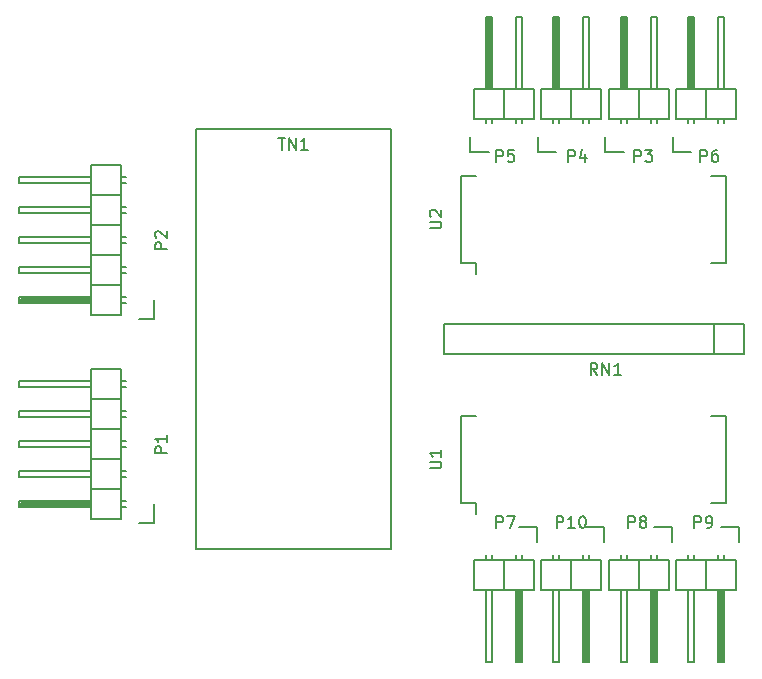
<source format=gto>
G04 #@! TF.FileFunction,Legend,Top*
%FSLAX46Y46*%
G04 Gerber Fmt 4.6, Leading zero omitted, Abs format (unit mm)*
G04 Created by KiCad (PCBNEW 4.0.1-stable) date 27/12/2015 00:21:35*
%MOMM*%
G01*
G04 APERTURE LIST*
%ADD10C,0.100000*%
%ADD11C,0.150000*%
G04 APERTURE END LIST*
D10*
D11*
X77470000Y-115570000D02*
X93980000Y-115570000D01*
X93980000Y-115570000D02*
X93980000Y-80010000D01*
X93980000Y-80010000D02*
X77470000Y-80010000D01*
X77470000Y-80010000D02*
X77470000Y-115570000D01*
X123825000Y-96520000D02*
X123825000Y-99060000D01*
X123825000Y-99060000D02*
X98425000Y-99060000D01*
X98425000Y-99060000D02*
X98425000Y-96520000D01*
X98425000Y-96520000D02*
X123825000Y-96520000D01*
X121285000Y-96520000D02*
X121285000Y-99060000D01*
X99940000Y-91305000D02*
X101210000Y-91305000D01*
X99940000Y-83955000D02*
X101210000Y-83955000D01*
X122310000Y-83955000D02*
X121040000Y-83955000D01*
X122310000Y-91305000D02*
X121040000Y-91305000D01*
X99940000Y-91305000D02*
X99940000Y-83955000D01*
X122310000Y-91305000D02*
X122310000Y-83955000D01*
X101210000Y-91305000D02*
X101210000Y-92240000D01*
X99940000Y-111625000D02*
X101210000Y-111625000D01*
X99940000Y-104275000D02*
X101210000Y-104275000D01*
X122310000Y-104275000D02*
X121040000Y-104275000D01*
X122310000Y-111625000D02*
X121040000Y-111625000D01*
X99940000Y-111625000D02*
X99940000Y-104275000D01*
X122310000Y-111625000D02*
X122310000Y-104275000D01*
X101210000Y-111625000D02*
X101210000Y-112560000D01*
X100685000Y-81945000D02*
X102235000Y-81945000D01*
X100685000Y-80645000D02*
X100685000Y-81945000D01*
X102108000Y-76454000D02*
X102108000Y-70612000D01*
X102108000Y-70612000D02*
X102362000Y-70612000D01*
X102362000Y-70612000D02*
X102362000Y-76454000D01*
X102362000Y-76454000D02*
X102235000Y-76454000D01*
X102235000Y-76454000D02*
X102235000Y-70612000D01*
X101981000Y-79121000D02*
X101981000Y-79502000D01*
X102489000Y-79121000D02*
X102489000Y-79502000D01*
X104521000Y-79121000D02*
X104521000Y-79502000D01*
X105029000Y-79121000D02*
X105029000Y-79502000D01*
X100965000Y-79121000D02*
X100965000Y-76581000D01*
X103505000Y-79121000D02*
X103505000Y-76581000D01*
X103505000Y-79121000D02*
X106045000Y-79121000D01*
X106045000Y-79121000D02*
X106045000Y-76581000D01*
X104521000Y-76581000D02*
X104521000Y-70485000D01*
X104521000Y-70485000D02*
X105029000Y-70485000D01*
X105029000Y-70485000D02*
X105029000Y-76581000D01*
X106045000Y-76581000D02*
X103505000Y-76581000D01*
X103505000Y-76581000D02*
X100965000Y-76581000D01*
X102489000Y-70485000D02*
X102489000Y-76581000D01*
X101981000Y-70485000D02*
X102489000Y-70485000D01*
X101981000Y-76581000D02*
X101981000Y-70485000D01*
X103505000Y-79121000D02*
X103505000Y-76581000D01*
X100965000Y-79121000D02*
X103505000Y-79121000D01*
X117830000Y-81945000D02*
X119380000Y-81945000D01*
X117830000Y-80645000D02*
X117830000Y-81945000D01*
X119253000Y-76454000D02*
X119253000Y-70612000D01*
X119253000Y-70612000D02*
X119507000Y-70612000D01*
X119507000Y-70612000D02*
X119507000Y-76454000D01*
X119507000Y-76454000D02*
X119380000Y-76454000D01*
X119380000Y-76454000D02*
X119380000Y-70612000D01*
X119126000Y-79121000D02*
X119126000Y-79502000D01*
X119634000Y-79121000D02*
X119634000Y-79502000D01*
X121666000Y-79121000D02*
X121666000Y-79502000D01*
X122174000Y-79121000D02*
X122174000Y-79502000D01*
X118110000Y-79121000D02*
X118110000Y-76581000D01*
X120650000Y-79121000D02*
X120650000Y-76581000D01*
X120650000Y-79121000D02*
X123190000Y-79121000D01*
X123190000Y-79121000D02*
X123190000Y-76581000D01*
X121666000Y-76581000D02*
X121666000Y-70485000D01*
X121666000Y-70485000D02*
X122174000Y-70485000D01*
X122174000Y-70485000D02*
X122174000Y-76581000D01*
X123190000Y-76581000D02*
X120650000Y-76581000D01*
X120650000Y-76581000D02*
X118110000Y-76581000D01*
X119634000Y-70485000D02*
X119634000Y-76581000D01*
X119126000Y-70485000D02*
X119634000Y-70485000D01*
X119126000Y-76581000D02*
X119126000Y-70485000D01*
X120650000Y-79121000D02*
X120650000Y-76581000D01*
X118110000Y-79121000D02*
X120650000Y-79121000D01*
X106325000Y-113635000D02*
X104775000Y-113635000D01*
X106325000Y-114935000D02*
X106325000Y-113635000D01*
X104902000Y-119126000D02*
X104902000Y-124968000D01*
X104902000Y-124968000D02*
X104648000Y-124968000D01*
X104648000Y-124968000D02*
X104648000Y-119126000D01*
X104648000Y-119126000D02*
X104775000Y-119126000D01*
X104775000Y-119126000D02*
X104775000Y-124968000D01*
X105029000Y-116459000D02*
X105029000Y-116078000D01*
X104521000Y-116459000D02*
X104521000Y-116078000D01*
X102489000Y-116459000D02*
X102489000Y-116078000D01*
X101981000Y-116459000D02*
X101981000Y-116078000D01*
X106045000Y-116459000D02*
X106045000Y-118999000D01*
X103505000Y-116459000D02*
X103505000Y-118999000D01*
X103505000Y-116459000D02*
X100965000Y-116459000D01*
X100965000Y-116459000D02*
X100965000Y-118999000D01*
X102489000Y-118999000D02*
X102489000Y-125095000D01*
X102489000Y-125095000D02*
X101981000Y-125095000D01*
X101981000Y-125095000D02*
X101981000Y-118999000D01*
X100965000Y-118999000D02*
X103505000Y-118999000D01*
X103505000Y-118999000D02*
X106045000Y-118999000D01*
X104521000Y-125095000D02*
X104521000Y-118999000D01*
X105029000Y-125095000D02*
X104521000Y-125095000D01*
X105029000Y-118999000D02*
X105029000Y-125095000D01*
X103505000Y-116459000D02*
X103505000Y-118999000D01*
X106045000Y-116459000D02*
X103505000Y-116459000D01*
X117755000Y-113635000D02*
X116205000Y-113635000D01*
X117755000Y-114935000D02*
X117755000Y-113635000D01*
X116332000Y-119126000D02*
X116332000Y-124968000D01*
X116332000Y-124968000D02*
X116078000Y-124968000D01*
X116078000Y-124968000D02*
X116078000Y-119126000D01*
X116078000Y-119126000D02*
X116205000Y-119126000D01*
X116205000Y-119126000D02*
X116205000Y-124968000D01*
X116459000Y-116459000D02*
X116459000Y-116078000D01*
X115951000Y-116459000D02*
X115951000Y-116078000D01*
X113919000Y-116459000D02*
X113919000Y-116078000D01*
X113411000Y-116459000D02*
X113411000Y-116078000D01*
X117475000Y-116459000D02*
X117475000Y-118999000D01*
X114935000Y-116459000D02*
X114935000Y-118999000D01*
X114935000Y-116459000D02*
X112395000Y-116459000D01*
X112395000Y-116459000D02*
X112395000Y-118999000D01*
X113919000Y-118999000D02*
X113919000Y-125095000D01*
X113919000Y-125095000D02*
X113411000Y-125095000D01*
X113411000Y-125095000D02*
X113411000Y-118999000D01*
X112395000Y-118999000D02*
X114935000Y-118999000D01*
X114935000Y-118999000D02*
X117475000Y-118999000D01*
X115951000Y-125095000D02*
X115951000Y-118999000D01*
X116459000Y-125095000D02*
X115951000Y-125095000D01*
X116459000Y-118999000D02*
X116459000Y-125095000D01*
X114935000Y-116459000D02*
X114935000Y-118999000D01*
X117475000Y-116459000D02*
X114935000Y-116459000D01*
X112040000Y-113635000D02*
X110490000Y-113635000D01*
X112040000Y-114935000D02*
X112040000Y-113635000D01*
X110617000Y-119126000D02*
X110617000Y-124968000D01*
X110617000Y-124968000D02*
X110363000Y-124968000D01*
X110363000Y-124968000D02*
X110363000Y-119126000D01*
X110363000Y-119126000D02*
X110490000Y-119126000D01*
X110490000Y-119126000D02*
X110490000Y-124968000D01*
X110744000Y-116459000D02*
X110744000Y-116078000D01*
X110236000Y-116459000D02*
X110236000Y-116078000D01*
X108204000Y-116459000D02*
X108204000Y-116078000D01*
X107696000Y-116459000D02*
X107696000Y-116078000D01*
X111760000Y-116459000D02*
X111760000Y-118999000D01*
X109220000Y-116459000D02*
X109220000Y-118999000D01*
X109220000Y-116459000D02*
X106680000Y-116459000D01*
X106680000Y-116459000D02*
X106680000Y-118999000D01*
X108204000Y-118999000D02*
X108204000Y-125095000D01*
X108204000Y-125095000D02*
X107696000Y-125095000D01*
X107696000Y-125095000D02*
X107696000Y-118999000D01*
X106680000Y-118999000D02*
X109220000Y-118999000D01*
X109220000Y-118999000D02*
X111760000Y-118999000D01*
X110236000Y-125095000D02*
X110236000Y-118999000D01*
X110744000Y-125095000D02*
X110236000Y-125095000D01*
X110744000Y-118999000D02*
X110744000Y-125095000D01*
X109220000Y-116459000D02*
X109220000Y-118999000D01*
X111760000Y-116459000D02*
X109220000Y-116459000D01*
X73944000Y-113310000D02*
X73944000Y-111760000D01*
X72644000Y-113310000D02*
X73944000Y-113310000D01*
X68453000Y-111887000D02*
X62611000Y-111887000D01*
X62611000Y-111887000D02*
X62611000Y-111633000D01*
X62611000Y-111633000D02*
X68453000Y-111633000D01*
X68453000Y-111633000D02*
X68453000Y-111760000D01*
X68453000Y-111760000D02*
X62611000Y-111760000D01*
X71120000Y-112014000D02*
X71501000Y-112014000D01*
X71120000Y-111506000D02*
X71501000Y-111506000D01*
X71120000Y-109474000D02*
X71501000Y-109474000D01*
X71120000Y-108966000D02*
X71501000Y-108966000D01*
X71120000Y-106934000D02*
X71501000Y-106934000D01*
X71120000Y-106426000D02*
X71501000Y-106426000D01*
X71120000Y-104394000D02*
X71501000Y-104394000D01*
X71120000Y-103886000D02*
X71501000Y-103886000D01*
X71120000Y-101346000D02*
X71501000Y-101346000D01*
X71120000Y-101854000D02*
X71501000Y-101854000D01*
X68580000Y-110490000D02*
X68580000Y-113030000D01*
X62484000Y-111506000D02*
X68580000Y-111506000D01*
X62484000Y-112014000D02*
X62484000Y-111506000D01*
X68580000Y-112014000D02*
X62484000Y-112014000D01*
X71120000Y-110490000D02*
X68580000Y-110490000D01*
X71120000Y-113030000D02*
X71120000Y-110490000D01*
X71120000Y-113030000D02*
X68580000Y-113030000D01*
X71120000Y-107950000D02*
X68580000Y-107950000D01*
X71120000Y-107950000D02*
X71120000Y-105410000D01*
X71120000Y-105410000D02*
X68580000Y-105410000D01*
X68580000Y-106934000D02*
X62484000Y-106934000D01*
X62484000Y-106934000D02*
X62484000Y-106426000D01*
X62484000Y-106426000D02*
X68580000Y-106426000D01*
X68580000Y-105410000D02*
X68580000Y-107950000D01*
X68580000Y-107950000D02*
X68580000Y-110490000D01*
X62484000Y-108966000D02*
X68580000Y-108966000D01*
X62484000Y-109474000D02*
X62484000Y-108966000D01*
X68580000Y-109474000D02*
X62484000Y-109474000D01*
X71120000Y-107950000D02*
X68580000Y-107950000D01*
X71120000Y-110490000D02*
X71120000Y-107950000D01*
X71120000Y-110490000D02*
X68580000Y-110490000D01*
X71120000Y-102870000D02*
X68580000Y-102870000D01*
X71120000Y-102870000D02*
X71120000Y-100330000D01*
X71120000Y-100330000D02*
X68580000Y-100330000D01*
X68580000Y-101854000D02*
X62484000Y-101854000D01*
X62484000Y-101854000D02*
X62484000Y-101346000D01*
X62484000Y-101346000D02*
X68580000Y-101346000D01*
X68580000Y-100330000D02*
X68580000Y-102870000D01*
X68580000Y-102870000D02*
X68580000Y-105410000D01*
X62484000Y-103886000D02*
X68580000Y-103886000D01*
X62484000Y-104394000D02*
X62484000Y-103886000D01*
X68580000Y-104394000D02*
X62484000Y-104394000D01*
X71120000Y-102870000D02*
X68580000Y-102870000D01*
X71120000Y-105410000D02*
X71120000Y-102870000D01*
X71120000Y-105410000D02*
X68580000Y-105410000D01*
X73944000Y-96038000D02*
X73944000Y-94488000D01*
X72644000Y-96038000D02*
X73944000Y-96038000D01*
X68453000Y-94615000D02*
X62611000Y-94615000D01*
X62611000Y-94615000D02*
X62611000Y-94361000D01*
X62611000Y-94361000D02*
X68453000Y-94361000D01*
X68453000Y-94361000D02*
X68453000Y-94488000D01*
X68453000Y-94488000D02*
X62611000Y-94488000D01*
X71120000Y-94742000D02*
X71501000Y-94742000D01*
X71120000Y-94234000D02*
X71501000Y-94234000D01*
X71120000Y-92202000D02*
X71501000Y-92202000D01*
X71120000Y-91694000D02*
X71501000Y-91694000D01*
X71120000Y-89662000D02*
X71501000Y-89662000D01*
X71120000Y-89154000D02*
X71501000Y-89154000D01*
X71120000Y-87122000D02*
X71501000Y-87122000D01*
X71120000Y-86614000D02*
X71501000Y-86614000D01*
X71120000Y-84074000D02*
X71501000Y-84074000D01*
X71120000Y-84582000D02*
X71501000Y-84582000D01*
X68580000Y-93218000D02*
X68580000Y-95758000D01*
X62484000Y-94234000D02*
X68580000Y-94234000D01*
X62484000Y-94742000D02*
X62484000Y-94234000D01*
X68580000Y-94742000D02*
X62484000Y-94742000D01*
X71120000Y-93218000D02*
X68580000Y-93218000D01*
X71120000Y-95758000D02*
X71120000Y-93218000D01*
X71120000Y-95758000D02*
X68580000Y-95758000D01*
X71120000Y-90678000D02*
X68580000Y-90678000D01*
X71120000Y-90678000D02*
X71120000Y-88138000D01*
X71120000Y-88138000D02*
X68580000Y-88138000D01*
X68580000Y-89662000D02*
X62484000Y-89662000D01*
X62484000Y-89662000D02*
X62484000Y-89154000D01*
X62484000Y-89154000D02*
X68580000Y-89154000D01*
X68580000Y-88138000D02*
X68580000Y-90678000D01*
X68580000Y-90678000D02*
X68580000Y-93218000D01*
X62484000Y-91694000D02*
X68580000Y-91694000D01*
X62484000Y-92202000D02*
X62484000Y-91694000D01*
X68580000Y-92202000D02*
X62484000Y-92202000D01*
X71120000Y-90678000D02*
X68580000Y-90678000D01*
X71120000Y-93218000D02*
X71120000Y-90678000D01*
X71120000Y-93218000D02*
X68580000Y-93218000D01*
X71120000Y-85598000D02*
X68580000Y-85598000D01*
X71120000Y-85598000D02*
X71120000Y-83058000D01*
X71120000Y-83058000D02*
X68580000Y-83058000D01*
X68580000Y-84582000D02*
X62484000Y-84582000D01*
X62484000Y-84582000D02*
X62484000Y-84074000D01*
X62484000Y-84074000D02*
X68580000Y-84074000D01*
X68580000Y-83058000D02*
X68580000Y-85598000D01*
X68580000Y-85598000D02*
X68580000Y-88138000D01*
X62484000Y-86614000D02*
X68580000Y-86614000D01*
X62484000Y-87122000D02*
X62484000Y-86614000D01*
X68580000Y-87122000D02*
X62484000Y-87122000D01*
X71120000Y-85598000D02*
X68580000Y-85598000D01*
X71120000Y-88138000D02*
X71120000Y-85598000D01*
X71120000Y-88138000D02*
X68580000Y-88138000D01*
X112115000Y-81945000D02*
X113665000Y-81945000D01*
X112115000Y-80645000D02*
X112115000Y-81945000D01*
X113538000Y-76454000D02*
X113538000Y-70612000D01*
X113538000Y-70612000D02*
X113792000Y-70612000D01*
X113792000Y-70612000D02*
X113792000Y-76454000D01*
X113792000Y-76454000D02*
X113665000Y-76454000D01*
X113665000Y-76454000D02*
X113665000Y-70612000D01*
X113411000Y-79121000D02*
X113411000Y-79502000D01*
X113919000Y-79121000D02*
X113919000Y-79502000D01*
X115951000Y-79121000D02*
X115951000Y-79502000D01*
X116459000Y-79121000D02*
X116459000Y-79502000D01*
X112395000Y-79121000D02*
X112395000Y-76581000D01*
X114935000Y-79121000D02*
X114935000Y-76581000D01*
X114935000Y-79121000D02*
X117475000Y-79121000D01*
X117475000Y-79121000D02*
X117475000Y-76581000D01*
X115951000Y-76581000D02*
X115951000Y-70485000D01*
X115951000Y-70485000D02*
X116459000Y-70485000D01*
X116459000Y-70485000D02*
X116459000Y-76581000D01*
X117475000Y-76581000D02*
X114935000Y-76581000D01*
X114935000Y-76581000D02*
X112395000Y-76581000D01*
X113919000Y-70485000D02*
X113919000Y-76581000D01*
X113411000Y-70485000D02*
X113919000Y-70485000D01*
X113411000Y-76581000D02*
X113411000Y-70485000D01*
X114935000Y-79121000D02*
X114935000Y-76581000D01*
X112395000Y-79121000D02*
X114935000Y-79121000D01*
X106400000Y-81945000D02*
X107950000Y-81945000D01*
X106400000Y-80645000D02*
X106400000Y-81945000D01*
X107823000Y-76454000D02*
X107823000Y-70612000D01*
X107823000Y-70612000D02*
X108077000Y-70612000D01*
X108077000Y-70612000D02*
X108077000Y-76454000D01*
X108077000Y-76454000D02*
X107950000Y-76454000D01*
X107950000Y-76454000D02*
X107950000Y-70612000D01*
X107696000Y-79121000D02*
X107696000Y-79502000D01*
X108204000Y-79121000D02*
X108204000Y-79502000D01*
X110236000Y-79121000D02*
X110236000Y-79502000D01*
X110744000Y-79121000D02*
X110744000Y-79502000D01*
X106680000Y-79121000D02*
X106680000Y-76581000D01*
X109220000Y-79121000D02*
X109220000Y-76581000D01*
X109220000Y-79121000D02*
X111760000Y-79121000D01*
X111760000Y-79121000D02*
X111760000Y-76581000D01*
X110236000Y-76581000D02*
X110236000Y-70485000D01*
X110236000Y-70485000D02*
X110744000Y-70485000D01*
X110744000Y-70485000D02*
X110744000Y-76581000D01*
X111760000Y-76581000D02*
X109220000Y-76581000D01*
X109220000Y-76581000D02*
X106680000Y-76581000D01*
X108204000Y-70485000D02*
X108204000Y-76581000D01*
X107696000Y-70485000D02*
X108204000Y-70485000D01*
X107696000Y-76581000D02*
X107696000Y-70485000D01*
X109220000Y-79121000D02*
X109220000Y-76581000D01*
X106680000Y-79121000D02*
X109220000Y-79121000D01*
X123470000Y-113635000D02*
X121920000Y-113635000D01*
X123470000Y-114935000D02*
X123470000Y-113635000D01*
X122047000Y-119126000D02*
X122047000Y-124968000D01*
X122047000Y-124968000D02*
X121793000Y-124968000D01*
X121793000Y-124968000D02*
X121793000Y-119126000D01*
X121793000Y-119126000D02*
X121920000Y-119126000D01*
X121920000Y-119126000D02*
X121920000Y-124968000D01*
X122174000Y-116459000D02*
X122174000Y-116078000D01*
X121666000Y-116459000D02*
X121666000Y-116078000D01*
X119634000Y-116459000D02*
X119634000Y-116078000D01*
X119126000Y-116459000D02*
X119126000Y-116078000D01*
X123190000Y-116459000D02*
X123190000Y-118999000D01*
X120650000Y-116459000D02*
X120650000Y-118999000D01*
X120650000Y-116459000D02*
X118110000Y-116459000D01*
X118110000Y-116459000D02*
X118110000Y-118999000D01*
X119634000Y-118999000D02*
X119634000Y-125095000D01*
X119634000Y-125095000D02*
X119126000Y-125095000D01*
X119126000Y-125095000D02*
X119126000Y-118999000D01*
X118110000Y-118999000D02*
X120650000Y-118999000D01*
X120650000Y-118999000D02*
X123190000Y-118999000D01*
X121666000Y-125095000D02*
X121666000Y-118999000D01*
X122174000Y-125095000D02*
X121666000Y-125095000D01*
X122174000Y-118999000D02*
X122174000Y-125095000D01*
X120650000Y-116459000D02*
X120650000Y-118999000D01*
X123190000Y-116459000D02*
X120650000Y-116459000D01*
X84439286Y-80732381D02*
X85010715Y-80732381D01*
X84725000Y-81732381D02*
X84725000Y-80732381D01*
X85344048Y-81732381D02*
X85344048Y-80732381D01*
X85915477Y-81732381D01*
X85915477Y-80732381D01*
X86915477Y-81732381D02*
X86344048Y-81732381D01*
X86629762Y-81732381D02*
X86629762Y-80732381D01*
X86534524Y-80875238D01*
X86439286Y-80970476D01*
X86344048Y-81018095D01*
X111450524Y-100782381D02*
X111117190Y-100306190D01*
X110879095Y-100782381D02*
X110879095Y-99782381D01*
X111260048Y-99782381D01*
X111355286Y-99830000D01*
X111402905Y-99877619D01*
X111450524Y-99972857D01*
X111450524Y-100115714D01*
X111402905Y-100210952D01*
X111355286Y-100258571D01*
X111260048Y-100306190D01*
X110879095Y-100306190D01*
X111879095Y-100782381D02*
X111879095Y-99782381D01*
X112450524Y-100782381D01*
X112450524Y-99782381D01*
X113450524Y-100782381D02*
X112879095Y-100782381D01*
X113164809Y-100782381D02*
X113164809Y-99782381D01*
X113069571Y-99925238D01*
X112974333Y-100020476D01*
X112879095Y-100068095D01*
X97242381Y-88391905D02*
X98051905Y-88391905D01*
X98147143Y-88344286D01*
X98194762Y-88296667D01*
X98242381Y-88201429D01*
X98242381Y-88010952D01*
X98194762Y-87915714D01*
X98147143Y-87868095D01*
X98051905Y-87820476D01*
X97242381Y-87820476D01*
X97337619Y-87391905D02*
X97290000Y-87344286D01*
X97242381Y-87249048D01*
X97242381Y-87010952D01*
X97290000Y-86915714D01*
X97337619Y-86868095D01*
X97432857Y-86820476D01*
X97528095Y-86820476D01*
X97670952Y-86868095D01*
X98242381Y-87439524D01*
X98242381Y-86820476D01*
X97242381Y-108711905D02*
X98051905Y-108711905D01*
X98147143Y-108664286D01*
X98194762Y-108616667D01*
X98242381Y-108521429D01*
X98242381Y-108330952D01*
X98194762Y-108235714D01*
X98147143Y-108188095D01*
X98051905Y-108140476D01*
X97242381Y-108140476D01*
X98242381Y-107140476D02*
X98242381Y-107711905D01*
X98242381Y-107426191D02*
X97242381Y-107426191D01*
X97385238Y-107521429D01*
X97480476Y-107616667D01*
X97528095Y-107711905D01*
X102893905Y-82748381D02*
X102893905Y-81748381D01*
X103274858Y-81748381D01*
X103370096Y-81796000D01*
X103417715Y-81843619D01*
X103465334Y-81938857D01*
X103465334Y-82081714D01*
X103417715Y-82176952D01*
X103370096Y-82224571D01*
X103274858Y-82272190D01*
X102893905Y-82272190D01*
X104370096Y-81748381D02*
X103893905Y-81748381D01*
X103846286Y-82224571D01*
X103893905Y-82176952D01*
X103989143Y-82129333D01*
X104227239Y-82129333D01*
X104322477Y-82176952D01*
X104370096Y-82224571D01*
X104417715Y-82319810D01*
X104417715Y-82557905D01*
X104370096Y-82653143D01*
X104322477Y-82700762D01*
X104227239Y-82748381D01*
X103989143Y-82748381D01*
X103893905Y-82700762D01*
X103846286Y-82653143D01*
X120165905Y-82748381D02*
X120165905Y-81748381D01*
X120546858Y-81748381D01*
X120642096Y-81796000D01*
X120689715Y-81843619D01*
X120737334Y-81938857D01*
X120737334Y-82081714D01*
X120689715Y-82176952D01*
X120642096Y-82224571D01*
X120546858Y-82272190D01*
X120165905Y-82272190D01*
X121594477Y-81748381D02*
X121404000Y-81748381D01*
X121308762Y-81796000D01*
X121261143Y-81843619D01*
X121165905Y-81986476D01*
X121118286Y-82176952D01*
X121118286Y-82557905D01*
X121165905Y-82653143D01*
X121213524Y-82700762D01*
X121308762Y-82748381D01*
X121499239Y-82748381D01*
X121594477Y-82700762D01*
X121642096Y-82653143D01*
X121689715Y-82557905D01*
X121689715Y-82319810D01*
X121642096Y-82224571D01*
X121594477Y-82176952D01*
X121499239Y-82129333D01*
X121308762Y-82129333D01*
X121213524Y-82176952D01*
X121165905Y-82224571D01*
X121118286Y-82319810D01*
X102893905Y-113736381D02*
X102893905Y-112736381D01*
X103274858Y-112736381D01*
X103370096Y-112784000D01*
X103417715Y-112831619D01*
X103465334Y-112926857D01*
X103465334Y-113069714D01*
X103417715Y-113164952D01*
X103370096Y-113212571D01*
X103274858Y-113260190D01*
X102893905Y-113260190D01*
X103798667Y-112736381D02*
X104465334Y-112736381D01*
X104036762Y-113736381D01*
X114069905Y-113736381D02*
X114069905Y-112736381D01*
X114450858Y-112736381D01*
X114546096Y-112784000D01*
X114593715Y-112831619D01*
X114641334Y-112926857D01*
X114641334Y-113069714D01*
X114593715Y-113164952D01*
X114546096Y-113212571D01*
X114450858Y-113260190D01*
X114069905Y-113260190D01*
X115212762Y-113164952D02*
X115117524Y-113117333D01*
X115069905Y-113069714D01*
X115022286Y-112974476D01*
X115022286Y-112926857D01*
X115069905Y-112831619D01*
X115117524Y-112784000D01*
X115212762Y-112736381D01*
X115403239Y-112736381D01*
X115498477Y-112784000D01*
X115546096Y-112831619D01*
X115593715Y-112926857D01*
X115593715Y-112974476D01*
X115546096Y-113069714D01*
X115498477Y-113117333D01*
X115403239Y-113164952D01*
X115212762Y-113164952D01*
X115117524Y-113212571D01*
X115069905Y-113260190D01*
X115022286Y-113355429D01*
X115022286Y-113545905D01*
X115069905Y-113641143D01*
X115117524Y-113688762D01*
X115212762Y-113736381D01*
X115403239Y-113736381D01*
X115498477Y-113688762D01*
X115546096Y-113641143D01*
X115593715Y-113545905D01*
X115593715Y-113355429D01*
X115546096Y-113260190D01*
X115498477Y-113212571D01*
X115403239Y-113164952D01*
X108005714Y-113736381D02*
X108005714Y-112736381D01*
X108386667Y-112736381D01*
X108481905Y-112784000D01*
X108529524Y-112831619D01*
X108577143Y-112926857D01*
X108577143Y-113069714D01*
X108529524Y-113164952D01*
X108481905Y-113212571D01*
X108386667Y-113260190D01*
X108005714Y-113260190D01*
X109529524Y-113736381D02*
X108958095Y-113736381D01*
X109243809Y-113736381D02*
X109243809Y-112736381D01*
X109148571Y-112879238D01*
X109053333Y-112974476D01*
X108958095Y-113022095D01*
X110148571Y-112736381D02*
X110243810Y-112736381D01*
X110339048Y-112784000D01*
X110386667Y-112831619D01*
X110434286Y-112926857D01*
X110481905Y-113117333D01*
X110481905Y-113355429D01*
X110434286Y-113545905D01*
X110386667Y-113641143D01*
X110339048Y-113688762D01*
X110243810Y-113736381D01*
X110148571Y-113736381D01*
X110053333Y-113688762D01*
X110005714Y-113641143D01*
X109958095Y-113545905D01*
X109910476Y-113355429D01*
X109910476Y-113117333D01*
X109958095Y-112926857D01*
X110005714Y-112831619D01*
X110053333Y-112784000D01*
X110148571Y-112736381D01*
X75001381Y-107418095D02*
X74001381Y-107418095D01*
X74001381Y-107037142D01*
X74049000Y-106941904D01*
X74096619Y-106894285D01*
X74191857Y-106846666D01*
X74334714Y-106846666D01*
X74429952Y-106894285D01*
X74477571Y-106941904D01*
X74525190Y-107037142D01*
X74525190Y-107418095D01*
X75001381Y-105894285D02*
X75001381Y-106465714D01*
X75001381Y-106180000D02*
X74001381Y-106180000D01*
X74144238Y-106275238D01*
X74239476Y-106370476D01*
X74287095Y-106465714D01*
X75001381Y-90146095D02*
X74001381Y-90146095D01*
X74001381Y-89765142D01*
X74049000Y-89669904D01*
X74096619Y-89622285D01*
X74191857Y-89574666D01*
X74334714Y-89574666D01*
X74429952Y-89622285D01*
X74477571Y-89669904D01*
X74525190Y-89765142D01*
X74525190Y-90146095D01*
X74096619Y-89193714D02*
X74049000Y-89146095D01*
X74001381Y-89050857D01*
X74001381Y-88812761D01*
X74049000Y-88717523D01*
X74096619Y-88669904D01*
X74191857Y-88622285D01*
X74287095Y-88622285D01*
X74429952Y-88669904D01*
X75001381Y-89241333D01*
X75001381Y-88622285D01*
X114577905Y-82748381D02*
X114577905Y-81748381D01*
X114958858Y-81748381D01*
X115054096Y-81796000D01*
X115101715Y-81843619D01*
X115149334Y-81938857D01*
X115149334Y-82081714D01*
X115101715Y-82176952D01*
X115054096Y-82224571D01*
X114958858Y-82272190D01*
X114577905Y-82272190D01*
X115482667Y-81748381D02*
X116101715Y-81748381D01*
X115768381Y-82129333D01*
X115911239Y-82129333D01*
X116006477Y-82176952D01*
X116054096Y-82224571D01*
X116101715Y-82319810D01*
X116101715Y-82557905D01*
X116054096Y-82653143D01*
X116006477Y-82700762D01*
X115911239Y-82748381D01*
X115625524Y-82748381D01*
X115530286Y-82700762D01*
X115482667Y-82653143D01*
X108989905Y-82748381D02*
X108989905Y-81748381D01*
X109370858Y-81748381D01*
X109466096Y-81796000D01*
X109513715Y-81843619D01*
X109561334Y-81938857D01*
X109561334Y-82081714D01*
X109513715Y-82176952D01*
X109466096Y-82224571D01*
X109370858Y-82272190D01*
X108989905Y-82272190D01*
X110418477Y-82081714D02*
X110418477Y-82748381D01*
X110180381Y-81700762D02*
X109942286Y-82415048D01*
X110561334Y-82415048D01*
X119657905Y-113736381D02*
X119657905Y-112736381D01*
X120038858Y-112736381D01*
X120134096Y-112784000D01*
X120181715Y-112831619D01*
X120229334Y-112926857D01*
X120229334Y-113069714D01*
X120181715Y-113164952D01*
X120134096Y-113212571D01*
X120038858Y-113260190D01*
X119657905Y-113260190D01*
X120705524Y-113736381D02*
X120896000Y-113736381D01*
X120991239Y-113688762D01*
X121038858Y-113641143D01*
X121134096Y-113498286D01*
X121181715Y-113307810D01*
X121181715Y-112926857D01*
X121134096Y-112831619D01*
X121086477Y-112784000D01*
X120991239Y-112736381D01*
X120800762Y-112736381D01*
X120705524Y-112784000D01*
X120657905Y-112831619D01*
X120610286Y-112926857D01*
X120610286Y-113164952D01*
X120657905Y-113260190D01*
X120705524Y-113307810D01*
X120800762Y-113355429D01*
X120991239Y-113355429D01*
X121086477Y-113307810D01*
X121134096Y-113260190D01*
X121181715Y-113164952D01*
M02*

</source>
